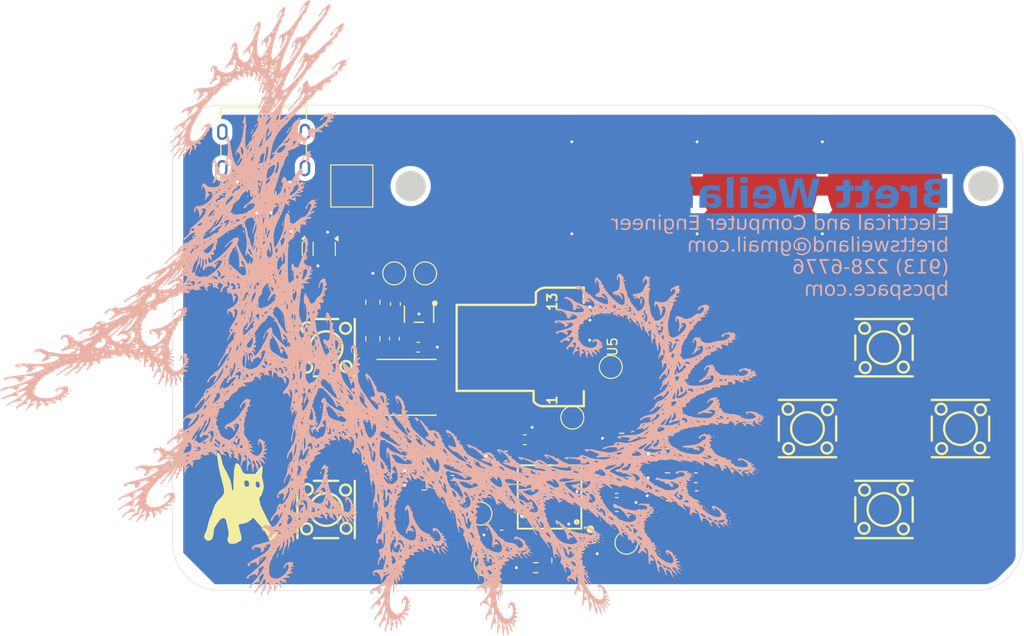
<source format=kicad_pcb>
(kicad_pcb (version 20241229) (generator "pcbnew") (generator_version "9.0")
  (layers (0 "F.Cu" signal) (2 "B.Cu" signal) (13 "F.Paste" user) (15 "B.Paste" user) (5 "F.SilkS" user "F.Silkscreen") (7 "B.SilkS" user "B.Silkscreen") (1 "F.Mask" user) (3 "B.Mask" user) (25 "Edge.Cuts" user))
  (net 0 "")
  (net 1 "GND")
  (net 2 "+3V0")
  (net 3 "Net-(U4-VBAT)")
  (net 4 "Net-(C13-Pad1)")
  (net 5 "Net-(C14-Pad1)")
  (net 6 "Net-(C15-Pad1)")
  (net 7 "Net-(C16-Pad1)")
  (net 8 "Net-(C17-Pad1)")
  (net 9 "Net-(C18-Pad1)")
  (net 10 "Net-(U2-VIN)")
  (net 11 "in_button_a")
  (net 12 "Net-(U4-BOOT0)")
  (net 13 "in_button_b")
  (net 14 "in_button_down")
  (net 15 "in_button_left")
  (net 16 "in_button_right")
  (net 17 "in_button_up")
  (net 18 "unregulated_vcc")
  (net 19 "Net-(U1-FB)")
  (net 20 "spi1_sck")
  (net 21 "Net-(J1-CC1)")
  (net 22 "spi1_mosi")
  (net 23 "Net-(U2-~{CE})")
  (net 24 "Net-(J1-CC2)")
  (net 25 "power_info")
  (net 33 "lcd_reset")
  (net 39 "Net-(U1-SW)")
  (net 45 "Net-(R10-Pad1)")
  (net 49 "spi1_miso")
  (net 53 "lcd_dataselect")
  (net 55 "lcd_cs")
  (net 59 "Net-(U4-NRST)")
  (net 60 "Net-(U4-PA14)")
  (net 61 "Net-(U4-PA13)")
  (footprint "LOGO" (layer "F.Cu") (at 139.84371 122.678069)
    (property "Reference" "G***" (hide yes))
    (property "Value" "LOGO" (hide yes))
  )
  (footprint "Capacitor_SMD:C_0603_1608Metric" (layer "F.Cu") (at 187.369442 122.41021)
    (property "Reference" "C14" (hide yes))
    (property "Value" "2.2uF" (hide yes))
  )
  (footprint "Capacitor_SMD:C_0603_1608Metric" (layer "F.Cu") (at 167.433349 118.253643 180)
    (property "Reference" "C4" (hide yes))
    (property "Value" "100nF" (hide yes))
  )
  (footprint "easyeda2kicad:SW-SMD_4P-L6.0-W6.0-P4.50-LS8.6" (layer "F.Cu") (at 206.951133 106.915534)
    (property "Reference" "b_up1" (hide yes))
    (property "Value" "TSD003A04126A02" (hide yes))
  )
  (footprint "TestPoint:TestPoint_Pad_4.0x4.0mm" (layer "F.Cu") (at 151.296213 89.989223)
    (property "Reference" "TP1" (hide yes))
    (property "Value" "675_positive" (hide yes))
  )
  (footprint "TestPoint:TestPoint_Pad_D2.0mm" (layer "F.Cu") (at 158.963914 99.135976)
    (property "Reference" "unreg_vcc1" (hide yes))
    (property "Value" "unreg_vcc" (hide yes))
  )
  (footprint "Capacitor_SMD:C_0603_1608Metric" (layer "F.Cu") (at 187.273159 120.535261)
    (property "Reference" "C16" (hide yes))
    (property "Value" "2.2uF" (hide yes))
  )
  (footprint "TestPoint:TestPoint_Pad_D2.0mm" (layer "F.Cu") (at 164.750573 124.284125)
    (property "Reference" "SWDIO1" (hide yes))
    (property "Value" "SWDIO" (hide yes))
  )
  (footprint "easyeda2kicad:SOT-23-5_L3.0-W1.7-P0.95-LS2.8-BL" (layer "F.Cu") (at 158.325688 103.405065 180)
    (property "Reference" "U1" (hide yes))
    (property "Value" "MT9216" (hide yes))
  )
  (footprint "Resistor_SMD:R_0603_1608Metric" (layer "F.Cu") (at 174.948734 129.933381)
    (property "Reference" "R10" (hide yes))
    (property "Value" "0" (hide yes))
  )
  (footprint "Capacitor_SMD:C_0603_1608Metric" (layer "F.Cu") (at 176.686855 126.779815)
    (property "Reference" "C12" (hide yes))
    (property "Value" "100nF" (hide yes))
  )
  (footprint "easyeda2kicad:OLED-SMD_ST7735S" (layer "F.Cu") (at 177.014466 106.835534 -90)
    (property "Reference" "U5")
    (property "Value" "N096-1608TBBIG11-H13" (hide yes))
  )
  (footprint "Capacitor_SMD:C_0603_1608Metric" (layer "F.Cu") (at 178.99165 124.571621)
    (property "Reference" "C11" (hide yes))
    (property "Value" ".1uF" (hide yes))
  )
  (footprint "Resistor_SMD:R_0603_1608Metric" (layer "F.Cu") (at 170.530995 129.935313 180)
    (property "Reference" "R11" (hide yes))
    (property "Value" "0" (hide yes))
  )
  (footprint "Package_TO_SOT_SMD:SOT-363_SC-70-6" (layer "F.Cu") (at 148.414155 96.574097 -90)
    (property "Reference" "U3" (hide yes))
    (property "Value" "LM66100DCK" (hide yes))
  )
  (footprint "Resistor_SMD:R_0805_2012Metric" (layer "F.Cu") (at 153.498188 102.147565 90)
    (property "Reference" "R4" (hide yes))
    (property "Value" "100k .01%" (hide yes))
  )
  (footprint "Resistor_SMD:R_0603_1608Metric" (layer "F.Cu") (at 142.831133 90.805534 -90)
    (property "Reference" "R2" (hide yes))
    (property "Value" "5.1k")
  )
  (footprint "Capacitor_SMD:C_0603_1608Metric" (layer "F.Cu") (at 182.485179 116.39855)
    (property "Reference" "C13" (hide yes))
    (property "Value" "2.2uF" (hide yes))
  )
  (footprint "Resistor_SMD:R_0805_2012Metric" (layer "F.Cu") (at 153.498188 105.972565 90)
    (property "Reference" "R3" (hide yes))
    (property "Value" "400k 1%" (hide yes))
  )
  (footprint "Capacitor_SMD:C_0603_1608Metric" (layer "F.Cu") (at 178.99165 121.651621 180)
    (property "Reference" "C8" (hide yes))
    (property "Value" "2.2uF" (hide yes))
  )
  (footprint "Resistor_SMD:R_0603_1608Metric" (layer "F.Cu") (at 184.313159 120.535261)
    (property "Reference" "R9" (hide yes))
    (property "Value" "1k" (hide yes))
  )
  (footprint "Resistor_SMD:R_0603_1608Metric" (layer "F.Cu") (at 158.859256 121.286002)
    (property "Reference" "R13" (hide yes))
    (property "Value" "1k" (hide yes))
  )
  (footprint "Capacitor_SMD:C_0603_1608Metric" (layer "F.Cu") (at 187.257004 118.016635)
    (property "Reference" "C15" (hide yes))
    (property "Value" "2.2uF" (hide yes))
  )
  (footprint "easyeda2kicad:SW-SMD_4P-L6.0-W6.0-P4.50-LS8.6" (layer "F.Cu") (at 214.951133 115.382201)
    (property "Reference" "b_left1" (hide yes))
    (property "Value" "TSD003A04126A02" (hide yes))
  )
  (footprint "Capacitor_SMD:C_0603_1608Metric" (layer "F.Cu") (at 178.99165 123.111621)
    (property "Reference" "C5" (hide yes))
    (property "Value" "100nF" (hide yes))
  )
  (footprint "easyeda2kicad:SW-SMD_4P-L6.0-W6.0-P4.50-LS8.6" (layer "F.Cu") (at 198.951133 115.382201)
    (property "Reference" "b_right1" (hide yes))
    (property "Value" "TSD003A04126A02" (hide yes))
  )
  (footprint "Resistor_SMD:R_0603_1608Metric" (layer "F.Cu") (at 158.853042 119.7874)
    (property "Reference" "R12" (hide yes))
    (property "Value" "1k" (hide yes))
  )
  (footprint "Capacitor_SMD:C_0603_1608Metric" (layer "F.Cu") (at 161.813042 119.7874)
    (property "Reference" "C17" (hide yes))
    (property "Value" "2.2uF" (hide yes))
  )
  (footprint "LOGO" (layer "F.Cu") (at 139.84371 112.108205)
    (property "Reference" "G***" (hide yes))
    (property "Value" "LOGO" (hide yes))
  )
  (footprint "Resistor_SMD:R_0603_1608Metric" (layer "F.Cu") (at 184.409442 122.41021)
    (property "Reference" "R6" (hide yes))
    (property "Value" "1k" (hide yes))
  )
  (footprint "TestPoint:TestPoint_Pad_D2.0mm" (layer "F.Cu") (at 174.362663 114.235371)
    (property "Reference" "TP_mosi1" (hide yes))
    (property "Value" "TestPoint" (hide yes))
  )
  (footprint "indigos_kicad_lib:SAMESKY_UJC-H-G-SMT-2-P6-TR" (layer "F.Cu") (at 142.074466 84.33 180)
    (property "Reference" "J1" (hide yes))
    (property "Value" "USB_C_Receptacle_PowerOnly_6P" (hide yes))
  )
  (footprint "Resistor_SMD:R_0603_1608Metric" (layer "F.Cu") (at 184.297004 118.016635)
    (property "Reference" "R7" (hide yes))
    (property "Value" "1k" (hide yes))
  )
  (footprint "TestPoint:TestPoint_Pad_D2.0mm" (layer "F.Cu") (at 180.021047 127.320001)
    (property "Reference" "tst_nrst1" (hide yes))
    (property "Value" "tst_nrst" (hide yes))
  )
  (footprint "TestPoint:TestPoint_Pad_D2.0mm" (layer "F.Cu") (at 155.734045 99.135976)
    (property "Reference" "TestPoint_gnd1" (hide yes))
    (property "Value" "TestPoint_gnd" (hide yes))
  )
  (footprint "Capacitor_SMD:C_0603_1608Metric" (layer "F.Cu") (at 169.388611 116.553306)
    (property "Reference" "C2" (hide yes))
    (property "Value" "10uF" (hide yes))
  )
  (footprint "TestPoint:TestPoint_Pad_D2.0mm" (layer "F.Cu") (at 178.381844 108.935534)
    (property "Reference" "TP_sck1" (hide yes))
    (property "Value" "TestPoint" (hide yes))
  )
  (footprint "Capacitor_SMD:C_0603_1608Metric" (layer "F.Cu") (at 161.819256 121.286002)
    (property "Reference" "C18" (hide yes))
    (property "Value" "2.2uF" (hide yes))
  )
  (footprint "easyeda2kicad:LQFP-48_L7.0-W7.0-P0.50-LS9.0-BL" (layer "F.Cu") (at 171.990878 122.534125 90)
    (property "Reference" "U4" (hide yes))
    (property "Value" "STM32F103C8T6" (hide yes))
  )
  (footprint "Capacitor_SMD:C_0603_1608Metric" (layer "F.Cu") (at 158.248188 106.860065)
    (property "Reference" "C10" (hide yes))
    (property "Value" "10uF" (hide yes))
  )
  (footprint "Library:battery_holder" (layer "F.Cu") (at 167.753529 90.00238)
    (property "Reference" "U6" (hide yes))
    (property "Value" "~" (hide yes))
    (fp_circle (center -10.3 0) (end -11.9 0) (fill yes) (layer "Edge.Cuts"))
    (fp_circle (center 49.6 0) (end 48 0) (fill yes) (layer "Edge.Cuts"))
  )
  (footprint "easyeda2kicad:SW-SMD_4P-L6.0-W6.0-P4.50-LS8.6" (layer "F.Cu") (at 148.607799 123.848868 90)
    (property "Reference" "b_b1" (hide yes))
    (property "Value" "TSD003A04126A02" (hide yes))
  )
  (footprint "easyeda2kicad:SW-SMD_4P-L6.0-W6.0-P4.50-LS8.6" (layer "F.Cu") (at 206.951133 123.848868 180)
    (property "Reference" "b_down1" (hide yes))
    (property "Value" "TSD003A04126A02" (hide yes))
  )
  (footprint "Resistor_SMD:R_0603_1608Metric" (layer "F.Cu") (at 179.525179 116.39855)
    (property "Reference" "R5" (hide yes))
    (property "Value" "1k" (hide yes))
  )
  (footprint "Capacitor_SMD:C_0603_1608Metric" (layer "F.Cu") (at 155.748188 105.972565 90)
    (property "Reference" "C9" (hide yes))
    (property "Value" "22pF" (hide yes))
  )
  (footprint "Package_TO_SOT_SMD:SOT-363_SC-70-6" (layer "F.Cu") (at 144.950255 96.574097 -90)
    (property "Reference" "U2" (hide yes))
    (property "Value" "LM66100DCK" (hide yes))
  )
  (footprint "TestPoint:TestPoint_Pad_D2.0mm" (layer "F.Cu") (at 165.303801 129.637235)
    (property "Reference" "SWCLK1" (hide yes))
    (property "Value" "SWCLK" (hide yes))
  )
  (footprint "Resistor_SMD:R_0603_1608Metric" (layer "F.Cu") (at 172.740878 129.182482 -90)
    (property "Reference" "R8" (hide yes))
    (property "Value" "10k" (hide yes))
  )
  (footprint "Capacitor_SMD:C_0603_1608Metric" (layer "F.Cu") (at 174.948724 128.478655)
    (property "Reference" "C6" (hide yes))
    (property "Value" "100nF" (hide yes))
  )
  (footprint "indigos_kicad_lib:IND-SMD_L5.8-W5.2" (layer "F.Cu") (at 157.098188 111.060065)
    (property "Reference" "L1" (hide yes))
    (property "Value" "4.7uH" (hide yes))
  )
  (footprint "easyeda2kicad:SW-SMD_4P-L6.0-W6.0-P4.50-LS8.6" (layer "F.Cu") (at 148.607799 106.915534 90)
    (property "Reference" "b_a1" (hide yes))
    (property "Value" "TSD003A04126A02" (hide yes))
  )
  (footprint "Capacitor_SMD:C_0603_1608Metric" (layer "F.Cu") (at 166.965878 126.518684 180)
    (property "Reference" "C3" (hide yes))
    (property "Value" "100nF" (hide yes))
  )
  (footprint "Capacitor_SMD:C_0603_1608Metric" (layer "F.Cu") (at 155.860751 102.332657 -90)
    (property "Reference" "C1" (hide yes))
    (property "Value" "10uF" (hide yes))
  )
  (footprint "Resistor_SMD:R_0603_1608Metric" (layer "F.Cu") (at 141.331133 90.805534 -90)
    (property "Reference" "R1" (hide yes))
    (property "Value" "5.1k")
  )
  (footprint "LOGO" (layer "B.Cu") (at 154.509245 103.675705 180)
    (property "Reference" "G***" (hide yes))
    (property "Value" "LOGO" (hide yes))
  )
  (gr_line (start 137.564466 132.335534) (end 216.464466 132.335534) (stroke (width 0.05)) (layer "Edge.Cuts"))
  (gr_arc (start 137.564466 132.335534) (mid 134.028932 130.871068) (end 132.564466 127.335534) (stroke (width 0.05)) (layer "Edge.Cuts"))
  (gr_line (start 132.564466 86.535534) (end 132.564466 127.335534) (stroke (width 0.05)) (layer "Edge.Cuts"))
  (gr_arc (start 216.464466 81.535534) (mid 220 83) (end 221.464466 86.535534) (stroke (width 0.05)) (layer "Edge.Cuts"))
  (gr_line (start 221.464466 127.335534) (end 221.464466 86.535534) (stroke (width 0.05)) (layer "Edge.Cuts"))
  (gr_line (start 216.464466 81.535534) (end 137.564466 81.535534) (stroke (width 0.05)) (layer "Edge.Cuts"))
  (gr_arc (start 132.564466 86.535534) (mid 134.028932 83) (end 137.564466 81.535534) (stroke (width 0.05)) (layer "Edge.Cuts"))
  (gr_arc (start 221.464466 127.335534) (mid 220 130.871068) (end 216.464466 132.335534) (stroke (width 0.05)) (layer "Edge.Cuts"))
  (gr_text "Brett Weiland" (at 213.949245 89.270705 -0) (layer "B.Cu") (effects (font (size 3 3) (thickness 0.2) (bold yes)) (justify left top mirror)))
  (gr_text "Electrical and Computer Engineer" (at 213.799245 93.070705 -0) (layer "B.SilkS") (effects (font (size 1.5 1.5)) (justify left top mirror)))
  (gr_text "brettsweiland@gmail.com" (at 213.739245 95.370705 -0) (layer "B.SilkS") (effects (font (size 1.5 1.5)) (justify left top mirror)))
  (gr_text "(913) 228-6776" (at 213.759245 97.670705 -0) (layer "B.SilkS") (effects (font (size 1.5 1.5)) (justify left top mirror)))
  (gr_text "bpcspace.com" (at 213.739245 99.970705 -0) (layer "B.SilkS") (effects (font (size 1.5 1.5)) (justify left top mirror)))
  (segment (start 182.407094 90.00238) (end 187.403529 94.998815) (width 2) (layer "F.Cu") (net 1))
  (segment (start 158.034256 121.286002) (end 156.851445 121.286002) (width 0.25) (layer "F.Cu") (net 1))
  (segment (start 180.853529 90.00238) (end 182.407094 90.00238) (width 2) (layer "F.Cu") (net 1))
  (segment (start 207.053529 90.00238) (end 205.499964 90.00238) (width 2) (layer "F.Cu") (net 1))
  (segment (start 169.307094 90.00238) (end 174.303529 94.998815) (width 2) (layer "F.Cu") (net 1))
  (segment (start 169.705995 129.935313) (end 168.508983 129.935313) (width 0.25) (layer "F.Cu") (net 1))
  (segment (start 179.76665 123.111621) (end 181.015522 123.111621) (width 0.25) (layer "F.Cu") (net 1))
  (segment (start 158.325688 102.255065) (end 158.325688 103.383231) (width 0.5) (layer "F.Cu") (net 1))
  (segment (start 193.953529 90.00238) (end 195.86673 90.00238) (width 2) (layer "F.Cu") (net 1))
  (segment (start 176.964712 128.478655) (end 175.723724 128.478655) (width 0.25) (layer "F.Cu") (net 1))
  (segment (start 179.76665 124.571621) (end 179.76665 123.111621) (width 0.25) (layer "F.Cu") (net 1))
  (segment (start 167.740878 124.784125) (end 166.946477 124.784125) (width 0.25) (layer "F.Cu") (net 1))
  (segment (start 167.753529 90.00238) (end 169.66673 90.00238) (width 2) (layer "F.Cu") (net 1))
  (segment (start 167.753529 90.00238) (end 169.307094 90.00238) (width 2) (layer "F.Cu") (net 1))
  (segment (start 169.740878 118.284125) (end 169.740878 116.976039) (width 0.25) (layer "F.Cu") (net 1))
  (segment (start 166.190878 126.518684) (end 165.117727 126.518684) (width 0.25) (layer "F.Cu") (net 1))
  (segment (start 205.140328 90.00238) (end 200.503529 85.365581) (width 2) (layer "F.Cu") (net 1))
  (segment (start 148.414155 95.187973) (end 148.414155 95.624097) (width 0.25) (layer "F.Cu") (net 1))
  (segment (start 180.853529 90.00238) (end 167.753529 90.00238) (width 2) (layer "F.Cu") (net 1))
  (segment (start 148.773765 94.828363) (end 148.414155 95.187973) (width 0.25) (layer "F.Cu") (net 1))
  (segment (start 144.824466 89.555534) (end 144.824466 88.21) (width 0.5) (layer "F.Cu") (net 1))
  (segment (start 155.860751 103.107657) (end 156.136325 103.383231) (width 0.25) (layer "F.Cu") (net 1))
  (segment (start 174.559466 106.135534) (end 176.171148 106.135534) (width 0.5) (layer "F.Cu") (net 1))
  (segment (start 169.740878 116.976039) (end 170.163611 116.553306) (width 0.25) (layer "F.Cu") (net 1))
  (segment (start 180.853529 90.00238) (end 178.940328 90.00238) (width 2) (layer "F.Cu") (net 1))
  (segment (start 155.734045 99.135976) (end 153.498163 99.135976) (width 0.5) (layer "F.Cu") (net 1))
  (segment (start 147.914154 98.349097) (end 147.752869 98.349097) (width 0.25) (layer "F.Cu") (net 1))
  (segment (start 178.700179 116.39855) (end 177.51654 116.39855) (width 0.25) (layer "F.Cu") (net 1))
  (segment (start 179.76665 123.111621) (end 179.76665 121.651621) (width 0.25) (layer "F.Cu") (net 1))
  (segment (start 139.324466 88.21) (end 139.324466 89.548867) (width 0.5) (layer "F.Cu") (net 1))
  (segment (start 182.76673 90.00238) (end 187.403529 85.365581) (width 2) (layer "F.Cu") (net 1))
  (segment (start 207.053529 90.00238) (end 193.953529 90.00238) (width 2) (layer "F.Cu") (net 1))
  (segment (start 153.498188 99.136001) (end 153.493954 99.131767) (width 0.25) (layer "F.Cu") (net 1))
  (segment (start 193.953529 90.00238) (end 192.399964 90.00238) (width 2) (layer "F.Cu") (net 1))
  (segment (start 159.023188 106.860065) (end 160.238628 106.860065) (width 0.5) (layer "F.Cu") (net 1))
  (segment (start 141.331133 91.630534) (end 141.331133 92.805534) (width 0.2) (layer "F.Cu") (net 1))
  (segment (start 166.190878 125.539724) (end 166.190878 126.518684) (width 0.25) (layer "F.Cu") (net 1))
  (segment (start 174.559466 102.635534) (end 176.199643 102.635534) (width 0.5) (layer "F.Cu") (net 1))
  (segment (start 175.041178 121.784125) (end 174.846241 121.979062) (width 0.25) (layer "F.Cu") (net 1))
  (segment (start 180.853529 90.00238) (end 182.76673 90.00238) (width 2) (layer "F.Cu") (net 1))
  (segment (start 153.498188 101.235065) (end 153.634956 101.235065) (width 0.25) (layer "F.Cu") (net 1))
  (segment (start 166.658349 118.253643) (end 165.351439 118.253643) (width 0.25) (layer "F.Cu") (net 1))
  (segment (start 174.240878 125.643287) (end 173.978553 125.380962) (width 0.25) (layer "F.Cu") (net 1))
  (segment (start 142.831133 91.630534) (end 142.831133 92.805534) (width 0.2) (layer "F.Cu") (net 1))
  (segment (start 207.053529 90.00238) (end 205.140328 90.00238) (width 2) (layer "F.Cu") (net 1))
  (segment (start 183.488159 120.535261) (end 182.290644 120.535261) (width 0.25) (layer "F.Cu") (net 1))
  (segment (start 174.240878 126.784125) (end 174.240878 125.643287) (width 0.25) (layer "F.Cu") (net 1))
  (segment (start 179.299964 90.00238) (end 174.303529 94.998815) (width 2) (layer "F.Cu") (net 1))
  (segment (start 158.028042 119.7874) (end 156.828555 119.7874) (width 0.25) (layer "F.Cu") (net 1))
  (segment (start 176.240878 121.784125) (end 175.041178 121.784125) (width 0.25) (layer "F.Cu") (net 1))
  (segment (start 169.66673 90.00238) (end 174.303529 85.365581) (width 2) (layer "F.Cu") (net 1))
  (segment (start 170.163611 116.553306) (end 170.163611 115.257278) (width 0.5) (layer "F.Cu") (net 1))
  (segment (start 148.414155 97.524097) (end 148.414155 97.849096) (width 0.25) (layer "F.Cu") (net 1))
  (segment (start 178.940328 90.00238) (end 174.303529 85.365581) (width 2) (layer "F.Cu") (net 1))
  (segment (start 156.136325 103.383231) (end 158.325688 103.383231) (width 0.5) (layer "F.Cu") (net 1))
  (segment (start 153.498163 99.135976) (end 153.493954 99.131767) (width 0.25) (layer "F.Cu") (net 1))
  (segment (start 195.507094 90.00238) (end 200.503529 94.998815) (width 2) (layer "F.Cu") (net 1))
  (segment (start 139.324466 89.548867) (end 139.331133 89.555534) (width 0.2) (layer "F.Cu") (net 1))
  (segment (start 192.399964 90.00238) (end 187.403529 94.998815) (width 2) (layer "F.Cu") (net 1))
  (segment (start 193.953529 90.00238) (end 195.507094 90.00238) (width 2) (layer "F.Cu") (net 1))
  (segment (start 205.499964 90.00238) (end 200.503529 94.998815) (width 2) (layer "F.Cu") (net 1))
  (segment (start 193.953529 90.00238) (end 192.040328 90.00238) (width 2) (layer "F.Cu") (net 1))
  (segment (start 165.351439 118.253643) (end 165.338703 118.240907) (width 0.25) (layer "F.Cu") (net 1))
  (segment (start 183.584442 122.41021) (end 182.194361 122.41021) (width 0.25) (layer "F.Cu") (net 1))
  (segment (start 192.040328 90.00238) (end 187.403529 85.365581) (width 2) (layer "F.Cu") (net 1))
  (segment (start 180.853529 90.00238) (end 179.299964 90.00238) (width 2) (layer "F.Cu") (net 1))
  (segment (start 166.946477 124.784125) (end 166.190878 125.539724) (width 0.25) (layer "F.Cu") (net 1))
  (segment (start 148.414155 97.849096) (end 147.914154 98.349097) (width 0.25) (layer "F.Cu") (net 1))
  (segment (start 168.854515 124.784125) (end 169.05776 124.58088) (width 0.25) (layer "F.Cu") (net 1))
  (segment (start 153.498188 101.235065) (end 153.498188 99.136001) (width 0.5) (layer "F.Cu") (net 1))
  (segment (start 195.86673 90.00238) (end 200.503529 85.365581) (width 2) (layer "F.Cu") (net 1))
  (segment (start 144.950255 95.624097) (end 144.950255 94.780685) (width 0.25) (layer "F.Cu") (net 1))
  (segment (start 193.953529 90.00238) (end 180.853529 90.00238) (width 2) (layer "F.Cu") (net 1))
  (segment (start 174.559466 104.035534) (end 176.199643 104.035534) (width 0.5) (layer "F.Cu") (net 1))
  (segment (start 167.740878 124.784125) (end 168.854515 124.784125) (width 0.25) (layer "F.Cu") (net 1))
  (segment (start 183.472004 118.016635) (end 182.306799 118.016635) (width 0.25) (layer "F.Cu") (net 1))
  (via (at 158.325688 103.383231) (size 0.6) (drill 0.3) (layers "F.Cu" "B.Cu") (net 1))
  (via (at 174.846241 121.979062) (size 0.6) (drill 0.3) (layers "F.Cu" "B.Cu") (net 1))
  (via (at 176.199643 104.035534) (size 0.6) (drill 0.3) (layers "F.Cu" "B.Cu") (net 1))
  (via (at 165.117727 126.518684) (size 0.6) (drill 0.3) (layers "F.Cu" "B.Cu") (net 1))
  (via (at 169.05776 124.58088) (size 0.6) (drill 0.3) (layers "F.Cu" "B.Cu") (net 1))
  (via (at 174.303529 85.365581) (size 1) (drill 0.3) (layers "F.Cu" "B.Cu") (net 1))
  (via (at 187.403529 85.365581) (size 1) (drill 0.3) (layers "F.Cu" "B.Cu") (net 1))
  (via (at 156.828555 119.7874) (size 0.6) (drill 0.3) (layers "F.Cu" "B.Cu") (net 1))
  (via (at 177.51654 116.39855) (size 0.6) (drill 0.3) (layers "F.Cu" "B.Cu") (net 1))
  (via (at 176.199643 102.635534) (size 0.6) (drill 0.3) (layers "F.Cu" "B.Cu") (net 1))
  (via (at 182.290644 120.535261) (size 0.6) (drill 0.3) (layers "F.Cu" "B.Cu") (net 1))
  (via (at 147.752869 98.349097) (size 0.6) (drill 0.3) (layers "F.Cu" "B.Cu") (net 1))
  (via (at 148.773765 94.828363) (size 0.6) (drill 0.3) (layers "F.Cu" "B.Cu") (net 1))
  (via (at 144.950255 94.780685) (size 0.6) (drill 0.3) (layers "F.Cu" "B.Cu") (net 1))
  (via (at 187.403529 94.998815) (size 1) (drill 0.3) (layers "F.Cu" "B.Cu") (net 1))
  (via (at 200.503529 85.365581) (size 1) (drill 0.3) (layers "F.Cu" "B.Cu") (net 1))
  (via (at 168.508983 129.935313) (size 0.6) (drill 0.3) (layers "F.Cu" "B.Cu") (net 1))
  (via (at 142.831133 92.805534) (size 0.6) (drill 0.3) (layers "F.Cu" "B.Cu") (net 1))
  (via (at 182.194361 122.41021) (size 0.6) (drill 0.3) (layers "F.Cu" "B.Cu") (net 1))
  (via (at 176.171148 106.135534) (size 0.6) (drill 0.3) (layers "F.Cu" "B.Cu") (net 1))
  (via (at 153.493954 99.131767) (size 0.6) (drill 0.3) (layers "F.Cu" "B.Cu") (net 1))
  (via (at 182.306799 118.016635) (size 0.6) (drill 0.3) (layers "F.Cu" "B.Cu") (net 1))
  (via (at 160.238628 106.860065) (size 0.6) (drill 0.3) (layers "F.Cu" "B.Cu") (net 1))
  (via (at 144.824466 89.555534) (size 0.6) (drill 0.3) (layers "F.Cu" "B.Cu") (net 1))
  (via (at 141.331133 92.805534) (size 0.6) (drill 0.3) (layers "F.Cu" "B.Cu") (net 1))
  (via (at 174.303529 94.998815) (size 1) (drill 0.3) (layers "F.Cu" "B.Cu") (net 1))
  (via (at 173.978553 125.380962) (size 0.6) (drill 0.3) (layers "F.Cu" "B.Cu") (net 1))
  (via (at 156.851445 121.286002) (size 0.6) (drill 0.3) (layers "F.Cu" "B.Cu") (net 1))
  (via (at 200.503529 94.998815) (size 1) (drill 0.3) (layers "F.Cu" "B.Cu") (net 1))
  (via (at 139.331133 89.555534) (size 0.6) (drill 0.3) (layers "F.Cu" "B.Cu") (net 1))
  (via (at 165.338703 118.240907) (size 0.6) (drill 0.3) (layers "F.Cu" "B.Cu") (net 1))
  (via (at 181.015522 123.111621) (size 0.6) (drill 0.3) (layers "F.Cu" "B.Cu") (net 1))
  (via (at 176.964712 128.478655) (size 0.6) (drill 0.3) (layers "F.Cu" "B.Cu") (net 1))
  (via (at 170.163611 115.257278) (size 0.6) (drill 0.3) (layers "F.Cu" "B.Cu") (net 1))
  (segment (start 169.68376 124.840178) (end 169.68376 119.649239) (width 0.25) (layer "F.Cu") (net 2))
  (segment (start 172.374458 121.284125) (end 176.240878 121.284125) (width 0.25) (layer "F.Cu") (net 2))
  (segment (start 166.258642 116.553306) (end 163.966401 114.261065) (width 0.5) (layer "F.Cu") (net 2))
  (segment (start 154.768188 111.552065) (end 154.768188 111.060065) (width 0.5) (layer "F.Cu") (net 2))
  (segment (start 154.768188 113.2016) (end 154.768188 111.060065) (width 0.25) (layer "F.Cu") (net 2))
  (segment (start 210.951133 113.132201) (end 218.951133 113.132201) (width 0.25) (layer "F.Cu") (net 2))
  (segment (start 167.740878 125.284125) (end 169.239813 125.284125) (width 0.25) (layer "F.Cu") (net 2))
  (segment (start 155.860688 106.860065) (end 155.748188 106.747565) (width 0.5) (layer "F.Cu") (net 2))
  (segment (start 169.240878 119.206358) (end 171.318645 121.284125) (width 0.25) (layer "F.Cu") (net 2))
  (segment (start 169.68376 119.649239) (end 169.240878 119.206358) (width 0.25) (layer "F.Cu") (net 2))
  (segment (start 220.177133 118.558201) (end 212.636466 126.098868) (width 0.25) (layer "F.Cu") (net 2))
  (segment (start 178.21665 123.111621) (end 178.21665 121.651621) (width 0.25) (layer "F.Cu") (net 2))
  (segment (start 174.559466 103.335534) (end 173.057466 103.335534) (width 0.5) (layer "F.Cu") (net 2))
  (segment (start 218.951133 113.132201) (end 220.177133 114.358201) (width 0.25) (layer "F.Cu") (net 2))
  (segment (start 169.240878 118.284125) (end 169.240878 117.180573) (width 0.25) (layer "F.Cu") (net 2))
  (segment (start 155.748188 106.747565) (end 153.635688 106.747565) (width 0.5) (layer "F.Cu") (net 2))
  (segment (start 169.240878 118.284125) (end 168.238831 118.284125) (width 0.25) (layer "F.Cu") (net 2))
  (segment (start 174.319008 128.478655) (end 175.773734 129.933381) (width 0.25) (layer "F.Cu") (net 2))
  (segment (start 167.740878 125.284125) (end 167.740878 126.518684) (width 0.25) (layer "F.Cu") (net 2))
  (segment (start 174.559466 103.335534) (end 201.621133 103.335534) (width 0.25) (layer "F.Cu") (net 2))
  (segment (start 212.177133 105.891534) (end 212.177133 111.906201) (width 0.25) (layer "F.Cu") (net 2))
  (segment (start 212.177133 111.906201) (end 210.951133 113.132201) (width 0.25) (layer "F.Cu") (net 2))
  (segment (start 151.783799 129.074868) (end 147.583799 129.074868) (width 0.25) (layer "F.Cu") (net 2))
  (segment (start 194.951133 113.132201) (end 202.951133 113.132201) (width 0.25) (layer "F.Cu") (net 2))
  (segment (start 168.238831 118.284125) (end 168.208349 118.253643) (width 0.25) (layer "F.Cu") (net 2))
  (segment (start 157.473188 106.860065) (end 155.860688 106.860065) (width 0.5) (layer "F.Cu") (net 2))
  (segment (start 212.636466 126.098868) (end 210.951133 126.098868) (width 0.25) (layer "F.Cu") (net 2))
  (segment (start 174.740878 126.784125) (end 174.740878 123.650545) (width 0.25) (layer "F.Cu") (net 2))
  (segment (start 210.951133 104.665534) (end 212.177133 105.891534) (width 0.25) (layer "F.Cu") (net 2))
  (segment (start 166.939878 127.319684) (end 153.538983 127.319684) (width 0.25) (layer "F.Cu") (net 2))
  (segment (start 202.951133 104.665534) (end 210.951133 104.665534) (width 0.25) (layer "F.Cu") (net 2))
  (segment (start 174.740878 123.650545) (end 172.374458 121.284125) (width 0.25) (layer "F.Cu") (net 2))
  (segment (start 174.173724 128.478655) (end 174.740878 127.911501) (width 0.25) (layer "F.Cu") (net 2))
  (segment (start 154.768188 111.060065) (end 154.768188 112.310065) (width 0.25) (layer "F.Cu") (net 2))
  (segment (start 172.210188 104.182812) (end 172.210188 106.017278) (width 0.5) (layer "F.Cu") (net 2))
  (segment (start 174.173724 128.478655) (end 174.319008 128.478655) (width 0.25) (layer "F.Cu") (net 2))
  (segment (start 172.210188 105.484812) (end 172.210188 106.017278) (width 0.5) (layer "F.Cu") (net 2))
  (segment (start 199.11662 129.933381) (end 175.773734 129.933381) (width 0.25) (layer "F.Cu") (net 2))
  (segment (start 153.635688 106.747565) (end 153.498188 106.885065) (width 0.5) (layer "F.Cu") (net 2))
  (segment (start 153.498188 106.885065) (end 153.498188 109.790065) (width 0.5) (layer "F.Cu") (net 2))
  (segment (start 202.951133 113.132201) (end 210.951133 113.132201) (width 0.25) (layer "F.Cu") (net 2))
  (segment (start 168.613611 116.553306) (end 166.258642 116.553306) (width 0.5) (layer "F.Cu") (net 2))
  (segment (start 202.951133 126.098868) (end 199.11662 129.933381) (width 0.25) (layer "F.Cu") (net 2))
  (segment (start 174.559466 104.735534) (end 172.959466 104.735534) (width 0.5) (layer "F.Cu") (net 2))
  (segment (start 169.240878 117.180573) (end 168.613611 116.553306) (width 0.25) (layer "F.Cu") (net 2))
  (segment (start 178.21665 121.651621) (end 177.849154 121.284125) (width 0.25) (layer "F.Cu") (net 2))
  (segment (start 166.939878 127.319684) (end 167.740878 126.518684) (width 0.25) (layer "F.Cu") (net 2))
  (segment (start 146.357799 127.848868) (end 146.357799 119.848868) (width 0.25) (layer "F.Cu") (net 2))
  (segment (start 172.959466 104.735534) (end 172.210188 105.484812) (width 0.5) (layer "F.Cu") (net 2))
  (segment (start 163.966401 114.261065) (end 157.477188 114.261065) (width 0.5) (layer "F.Cu") (net 2))
  (segment (start 172.210188 106.017278) (end 163.966401 114.261065) (width 0.5) (layer "F.Cu") (net 2))
  (segment (start 153.498188 109.790065) (end 154.768188 111.060065) (width 0.5) (layer "F.Cu") (net 2))
  (segment (start 171.318645 121.284125) (end 172.374458 121.284125) (width 0.25) (layer "F.Cu") (net 2))
  (segment (start 146.357799 110.915534) (end 146.357799 102.915534) (width 0.25) (layer "F.Cu") (net 2))
  (segment (start 175.907545 126.784125) (end 175.911855 126.779815) (width 0.25) (layer "F.Cu") (net 2))
  (segment (start 146.357799 110.915534) (end 146.357799 119.848868) (width 0.25) (layer "F.Cu") (net 2))
  (segment (start 174.740878 126.784125) (end 175.907545 126.784125) (width 0.25) (layer "F.Cu") (net 2))
  (segment (start 177.849154 121.284125) (end 176.240878 121.284125) (width 0.25) (layer "F.Cu") (net 2))
  (segment (start 220.177133 114.358201) (end 220.177133 118.558201) (width 0.25) (layer "F.Cu") (net 2))
  (segment (start 157.477188 114.261065) (end 154.768188 111.552065) (width 0.5) (layer "F.Cu") (net 2))
  (segment (start 169.240878 118.284125) (end 169.240878 119.206358) (width 0.25) (layer "F.Cu") (net 2))
  (segment (start 153.538983 127.319684) (end 151.783799 129.074868) (width 0.25) (layer "F.Cu") (net 2))
  (segment (start 147.583799 129.074868) (end 146.357799 127.848868) (width 0.25) (layer "F.Cu") (net 2))
  (segment (start 169.239813 125.284125) (end 169.68376 124.840178) (width 0.25) (layer "F.Cu") (net 2))
  (segment (start 174.740878 127.911501) (end 174.740878 126.784125) (width 0.25) (layer "F.Cu") (net 2))
  (segment (start 173.057466 103.335534) (end 172.210188 104.182812) (width 0.5) (layer "F.Cu") (net 2))
  (segment (start 201.621133 103.335534) (end 202.951133 104.665534) (width 0.25) (layer "F.Cu") (net 2))
  (segment (start 202.951133 126.098868) (end 210.951133 126.098868) (width 0.25) (layer "F.Cu") (net 2))
  (segment (start 176.240878 125.284125) (end 176.240878 125.558838) (width 0.25) (layer "F.Cu") (net 3))
  (segment (start 176.240878 125.558838) (end 177.461855 126.779815) (width 0.25) (layer "F.Cu") (net 3))
  (segment (start 180.350179 116.39855) (end 181.710179 116.39855) (width 0.25) (layer "F.Cu") (net 4))
  (segment (start 185.234442 122.41021) (end 186.594442 122.41021) (width 0.25) (layer "F.Cu") (net 5))
  (segment (start 185.122004 118.016635) (end 186.482004 118.016635) (width 0.25) (layer "F.Cu") (net 6))
  (segment (start 185.138159 120.535261) (end 186.498159 120.535261) (width 0.25) (layer "F.Cu") (net 7))
  (segment (start 159.678042 119.7874) (end 161.038042 119.7874) (width 0.25) (layer "F.Cu") (net 8))
  (segment (start 159.684256 121.286002) (end 161.044256 121.286002) (width 0.25) (layer "F.Cu") (net 9))
  (segment (start 145.600255 95.624097) (end 147.764155 95.624097) (width 0.25) (layer "F.Cu") (net 10))
  (segment (start 147.764155 93.521281) (end 151.296213 89.989223) (width 0.5) (layer "F.Cu") (net 10))
  (segment (start 147.764155 95.624097) (end 147.764155 93.521281) (width 0.5) (layer "F.Cu") (net 10))
  (segment (start 161.787042 118.9864) (end 162.588042 119.7874) (width 0.25) (layer "F.Cu") (net 11))
  (segment (start 150.857799 114.597324) (end 155.246875 118.9864) (width 0.25) (layer "F.Cu") (net 11))
  (segment (start 155.246875 118.9864) (end 161.787042 118.9864) (width 0.25) (layer "F.Cu") (net 11))
  (segment (start 162.588042 119.7874) (end 163.084767 120.284125) (width 0.25) (layer "F.Cu") (net 11))
  (segment (start 150.857799 110.915534) (end 150.857799 114.597324) (width 0.25) (layer "F.Cu") (net 11))
  (segment (start 150.857799 110.915534) (end 150.857799 102.915534) (width 0.25) (layer "F.Cu") (net 11))
  (segment (start 163.084767 120.284125) (end 167.740878 120.284125) (width 0.25) (layer "F.Cu") (net 11))
  (segment (start 172.740878 126.784125) (end 172.740878 128.357482) (width 0.25) (layer "F.Cu") (net 12))
  (segment (start 162.594256 121.286002) (end 157.135658 126.7446) (width 0.25) (layer "F.Cu") (net 13))
  (segment (start 157.135658 126.7446) (end 151.962067 126.7446) (width 0.25) (layer "F.Cu") (net 13))
  (segment (start 163.096133 120.784125) (end 162.594256 121.286002) (width 0.25) (layer "F.Cu") (net 13))
  (segment (start 151.962067 126.7446) (end 150.857799 127.848868) (width 0.25) (layer "F.Cu") (net 13))
  (segment (start 150.857799 119.848868) (end 150.857799 127.848868) (width 0.25) (layer "F.Cu") (net 13))
  (segment (start 167.740878 120.784125) (end 163.096133 120.784125) (width 0.25) (layer "F.Cu") (net 13))
  (segment (start 188.144442 122.41021) (end 202.139791 122.41021) (width 0.25) (layer "F.Cu") (net 14))
  (segment (start 181.995726 121.60921) (end 181.170641 120.784125) (width 0.25) (layer "F.Cu") (net 14))
  (segment (start 202.139791 122.41021) (end 202.951133 121.598868) (width 0.25) (layer "F.Cu") (net 14))
  (segment (start 188.241831 122.41021) (end 187.440831 121.60921) (width 0.25) (layer "F.Cu") (net 14))
  (segment (start 210.951133 121.598868) (end 202.951133 121.598868) (width 0.25) (layer "F.Cu") (net 14))
  (segment (start 181.170641 120.784125) (end 176.240878 120.784125) (width 0.25) (layer "F.Cu") (net 14))
  (segment (start 187.440831 121.60921) (end 181.995726 121.60921) (width 0.25) (layer "F.Cu") (net 14))
  (segment (start 188.032004 118.016635) (end 187.093568 118.955071) (width 0.25) (layer "F.Cu") (net 15))
  (segment (start 193.725133 116.706201) (end 210.025133 116.706201) (width 0.25) (layer "F.Cu") (net 15))
  (segment (start 210.025133 116.706201) (end 210.951133 117.632201) (width 0.25) (layer "F.Cu") (net 15))
  (segment (start 210.951133 117.632201) (end 218.951133 117.632201) (width 0.25) (layer "F.Cu") (net 15))
  (segment (start 193.725133 116.706201) (end 192.414699 118.016635) (width 0.25) (layer "F.Cu") (net 15))
  (segment (start 192.414699 118.016635) (end 188.032004 118.016635) (width 0.25) (layer "F.Cu") (net 15))
  (segment (start 177.069932 118.955071) (end 176.240878 119.784125) (width 0.25) (layer "F.Cu") (net 15))
  (segment (start 187.093568 118.955071) (end 177.069932 118.955071) (width 0.25) (layer "F.Cu") (net 15))
  (segment (start 192.048073 120.535261) (end 194.951133 117.632201) (width 0.25) (layer "F.Cu") (net 16))
  (segment (start 188.048159 120.535261) (end 192.048073 120.535261) (width 0.25) (layer "F.Cu") (net 16))
  (segment (start 187.063174 119.406071) (end 178.118932 119.406071) (width 0.25) (layer "F.Cu") (net 16))
  (segment (start 178.118932 119.406071) (end 177.240878 120.284125) (width 0.25) (layer "F.Cu") (net 16))
  (segment (start 194.951133 117.632201) (end 202.951133 117.632201) (width 0.25) (layer "F.Cu") (net 16))
  (segment (start 188.048159 120.391056) (end 187.063174 119.406071) (width 0.25) (layer "F.Cu") (net 16))
  (segment (start 188.048159 120.535261) (end 188.048159 120.391056) (width 0.25) (layer "F.Cu") (net 16))
  (segment (start 177.240878 120.284125) (end 176.240878 120.284125) (width 0.25) (layer "F.Cu") (net 16))
  (segment (start 202.951133 109.165534) (end 196.7658 109.165534) (width 0.25) (layer "F.Cu") (net 17))
  (segment (start 189.532784 116.39855) (end 183.260179 116.39855) (width 0.25) (layer "F.Cu") (net 17))
  (segment (start 182.306263 117.352466) (end 175.672537 117.352466) (width 0.25) (layer "F.Cu") (net 17))
  (segment (start 183.260179 116.39855) (end 182.306263 117.352466) (width 0.25) (layer "F.Cu") (net 17))
  (segment (start 196.7658 109.165534) (end 189.532784 116.39855) (width 0.25) (layer "F.Cu") (net 17))
  (segment (start 202.951133 109.165534) (end 210.951133 109.165534) (width 0.25) (layer "F.Cu") (net 17))
  (segment (start 175.672537 117.352466) (end 174.740878 118.284125) (width 0.25) (layer "F.Cu") (net 17))
  (segment (start 159.275688 101.478065) (end 159.275688 102.255065) (width 0.5) (layer "F.Cu") (net 18))
  (segment (start 157.375688 101.478065) (end 157.629688 101.224065) (width 0.5) (layer "F.Cu") (net 18))
  (segment (start 149.064155 98.099886) (end 149.064155 97.524097) (width 0.5) (layer "F.Cu") (net 18))
  (segment (start 145.600255 97.524097) (end 147.176255 99.100097) (width 0.5) (layer "F.Cu") (net 18))
  (segment (start 149.064155 97.524097) (end 157.352035 97.524097) (width 0.5) (layer "F.Cu") (net 18))
  (segment (start 155.860751 101.557657) (end 157.296096 101.557657) (width 0.5) (layer "F.Cu") (net 18))
  (segment (start 158.963914 99.135976) (end 158.963914 101.166291) (width 0.5) (layer "F.Cu") (net 18))
  (segment (start 157.375688 102.255065) (end 157.375688 101.478065) (width 0.5) (layer "F.Cu") (net 18))
  (segment (start 158.963914 101.166291) (end 159.021688 101.224065) (width 0.5) (layer "F.Cu") (net 18))
  (segment (start 159.021688 101.224065) (end 159.275688 101.478065) (width 0.5) (layer "F.Cu") (net 18))
  (segment (start 157.296096 101.557657) (end 157.375688 101.478065) (width 0.5) (layer "F.Cu") (net 18))
  (segment (start 157.352035 97.524097) (end 158.963914 99.135976) (width 0.5) (layer "F.Cu") (net 18))
  (segment (start 148.063944 99.100097) (end 149.064155 98.099886) (width 0.5) (layer "F.Cu") (net 18))
  (segment (start 157.629688 101.224065) (end 159.021688 101.224065) (width 0.5) (layer "F.Cu") (net 18))
  (segment (start 147.176255 99.100097) (end 148.063944 99.100097) (width 0.5) (layer "F.Cu") (net 18))
  (segment (start 153.498188 105.060065) (end 153.498188 103.060065) (width 0.5) (layer "F.Cu") (net 19))
  (segment (start 156.733188 105.197565) (end 157.375688 104.555065) (width 0.5) (layer "F.Cu") (net 19))
  (segment (start 155.610688 105.060065) (end 155.748188 105.197565) (width 0.35) (layer "F.Cu") (net 19))
  (segment (start 153.498188 105.060065) (end 155.610688 105.060065) (width 0.5) (layer "F.Cu") (net 19))
  (segment (start 155.748188 105.197565) (end 156.733188 105.197565) (width 0.5) (layer "F.Cu") (net 19))
  (segment (start 173.740878 117.517173) (end 173.740878 118.284125) (width 0.25) (layer "F.Cu") (net 20))
  (segment (start 176.210538 109.334606) (end 176.210538 115.047513) (width 0.25) (layer "F.Cu") (net 20))
  (segment (start 174.559466 108.935534) (end 175.811466 108.935534) (width 0.25) (layer "F.Cu") (net 20))
  (segment (start 176.210538 115.047513) (end 173.740878 117.517173) (width 0.25) (layer "F.Cu") (net 20))
  (segment (start 178.381844 108.935534) (end 174.559466 108.935534) (width 0.25) (layer "F.Cu") (net 20))
  (segment (start 175.811466 108.935534) (end 176.210538 109.334606) (width 0.25) (layer "F.Cu") (net 20))
  (segment (start 142.574466 88.21) (end 142.574466 89.723867) (width 0.35) (layer "F.Cu") (net 21))
  (segment (start 142.574466 89.723867) (end 142.831133 89.980534) (width 0.2) (layer "F.Cu") (net 21))
  (segment (start 174.559466 109.635534) (end 173.307466 109.635534) (width 0.25) (layer "F.Cu") (net 22))
  (segment (start 172.740878 110.202122) (end 172.740878 118.284125) (width 0.25) (layer "F.Cu") (net 22))
  (segment (start 172.740878 115.857156) (end 174.362663 114.235371) (width 0.25) (layer "F.Cu") (net 22))
  (segment (start 173.307466 109.635534) (end 172.740878 110.202122) (width 0.25) (layer "F.Cu") (net 22))
  (segment (start 172.740878 118.284125) (end 172.740878 115.857156) (width 0.25) (layer "F.Cu") (net 22))
  (segment (start 144.300255 95.949096) (end 144.300255 95.624097) (width 0.25) (layer "F.Cu") (net 23))
  (segment (start 143.594466 88.21) (end 143.757133 88.372667) (width 0.5) (layer "F.Cu") (net 23))
  (segment (start 143.594466 87.378) (end 143.594466 88.21) (width 0.5) (layer "F.Cu") (net 23))
  (segment (start 148.738154 96.275097) (end 144.626256 96.275097) (width 0.25) (layer "F.Cu") (net 23))
  (segment (start 143.757133 95.080975) (end 144.300255 95.624097) (width 0.5) (layer "F.Cu") (net 23))
  (segment (start 140.554466 88.21) (end 140.554466 87.378) (width 0.5) (layer "F.Cu") (net 23))
  (segment (start 143.757133 88.372667) (end 143.757133 95.080975) (width 0.5) (layer "F.Cu") (net 23))
  (segment (start 149.064155 95.949096) (end 148.738154 96.275097) (width 0.25) (layer "F.Cu") (net 23))
  (segment (start 140.773466 87.159) (end 143.375466 87.159) (width 0.5) (layer "F.Cu") (net 23))
  (segment (start 140.554466 87.378) (end 140.773466 87.159) (width 0.5) (layer "F.Cu") (net 23))
  (segment (start 144.626256 96.275097) (end 144.300255 95.949096) (width 0.25) (layer "F.Cu") (net 23))
  (segment (start 143.375466 87.159) (end 143.594466 87.378) (width 0.5) (layer "F.Cu") (net 23))
  (segment (start 143.594466 88.21) (end 143.831133 88.446667) (width 0.2) (layer "F.Cu") (net 23))
  (segment (start 140.554466 88.21) (end 140.480133 88.284333) (width 0.35) (layer "F.Cu") (net 23))
  (segment (start 149.064155 95.624097) (end 149.064155 95.949096) (width 0.25) (layer "F.Cu") (net 23))
  (segment (start 141.574466 88.21) (end 141.574466 89.737201) (width 0.35) (layer "F.Cu") (net 24))
  (segment (start 141.574466 89.737201) (end 141.331133 89.980534) (width 0.2) (layer "F.Cu") (net 24))
  (segment (start 144.950255 99.019948) (end 147.313909 101.383602) (width 0.25) (layer "F.Cu") (net 25))
  (segment (start 163.341804 117.129306) (end 155.935429 117.129306) (width 0.25) (layer "F.Cu") (net 25))
  (segment (start 152.037231 101.976085) (end 151.444748 101.383602) (width 0.25) (layer "F.Cu") (net 25))
  (segment (start 165.996623 119.784125) (end 163.341804 117.129306) (width 0.25) (layer "F.Cu") (net 25))
  (segment (start 151.444748 101.383602) (end 147.313909 101.383602) (width 0.25) (layer "F.Cu") (net 25))
  (segment (start 152.037231 113.231108) (end 152.037231 101.976085) (width 0.25) (layer "F.Cu") (net 25))
  (segment (start 155.935429 117.129306) (end 152.037231 113.231108) (width 0.25) (layer "F.Cu") (net 25))
  (segment (start 144.950255 97.524097) (end 144.950255 99.019948) (width 0.25) (layer "F.Cu") (net 25))
  (segment (start 167.740878 119.784125) (end 165.996623 119.784125) (width 0.25) (layer "F.Cu") (net 25))
  (segment (start 173.307466 107.535534) (end 174.559466 107.535534) (width 0.25) (layer "F.Cu") (net 33))
  (segment (start 171.740878 109.102122) (end 173.307466 107.535534) (width 0.25) (layer "F.Cu") (net 33))
  (segment (start 171.740878 118.284125) (end 171.740878 109.102122) (width 0.25) (layer "F.Cu") (net 33))
  (segment (start 161.17292 109.315333) (end 159.428188 111.060065) (width 0.5) (layer "F.Cu") (net 39))
  (segment (start 159.275688 104.555065) (end 161.17292 106.452297) (width 0.5) (layer "F.Cu") (net 39))
  (segment (start 161.17292 106.452297) (end 161.17292 109.315333) (width 0.5) (layer "F.Cu") (net 39))
  (segment (start 171.428164 130.007482) (end 171.355995 129.935313) (width 0.25) (layer "F.Cu") (net 45))
  (segment (start 174.049633 130.007482) (end 174.123734 129.933381) (width 0.25) (layer "F.Cu") (net 45))
  (segment (start 172.740878 130.007482) (end 171.428164 130.007482) (width 0.25) (layer "F.Cu") (net 45))
  (segment (start 172.740878 130.007482) (end 174.049633 130.007482) (width 0.25) (layer "F.Cu") (net 45))
  (segment (start 172.240878 118.284125) (end 172.240878 109.302122) (width 0.25) (layer "F.Cu") (net 53))
  (segment (start 172.240878 109.302122) (end 173.307466 108.235534) (width 0.25) (layer "F.Cu") (net 53))
  (segment (start 173.307466 108.235534) (end 174.559466 108.235534) (width 0.25) (layer "F.Cu") (net 53))
  (segment (start 171.240878 108.902122) (end 173.307466 106.835534) (width 0.25) (layer "F.Cu") (net 55))
  (segment (start 173.307466 106.835534) (end 174.559466 106.835534) (width 0.25) (layer "F.Cu") (net 55))
  (segment (start 171.240878 118.284125) (end 171.240878 108.902122) (width 0.25) (layer "F.Cu") (net 55))
  (segment (start 178.21665 125.515604) (end 180.021047 127.320001) (width 0.25) (layer "F.Cu") (net 59))
  (segment (start 177.420567 123.775538) (end 178.21665 124.571621) (width 0.25) (layer "F.Cu") (net 59))
  (segment (start 177.420567 122.463814) (end 177.420567 123.775538) (width 0.25) (layer "F.Cu") (net 59))
  (segment (start 177.240878 122.284125) (end 177.420567 122.463814) (width 0.25) (layer "F.Cu") (net 59))
  (segment (start 176.240878 122.284125) (end 177.240878 122.284125) (width 0.25) (layer "F.Cu") (net 59))
  (segment (start 178.21665 124.571621) (end 178.21665 125.515604) (width 0.25) (layer "F.Cu") (net 59))
  (segment (start 167.292002 129.637235) (end 165.303801 129.637235) (width 0.25) (layer "F.Cu") (net 60))
  (segment (start 169.240878 127.688359) (end 167.292002 129.637235) (width 0.25) (layer "F.Cu") (net 60))
  (segment (start 169.240878 126.784125) (end 169.240878 127.688359) (width 0.25) (layer "F.Cu") (net 60))
  (segment (start 167.740878 124.284125) (end 164.750573 124.284125) (width 0.25) (layer "F.Cu") (net 61))
  (zone (net 1) (net_name "GND") (layer "B.Cu") (connect_pads (clearance 0.5)) (min_thickness 0.25) (fill yes (thermal_gap 0.5) (thermal_bridge_width 0.5))
    (polygon (pts (xy 133.667234 128.38327) (xy 136.952258 131.668294) (xy 218.232258 131.668294) (xy 220.714011 129.186541) (xy 220.714011 84.620047) (xy 218.626337 82.532373) (xy 137.828179 82.532373) (xy 133.667234 86.693318)))
  )
)
</source>
